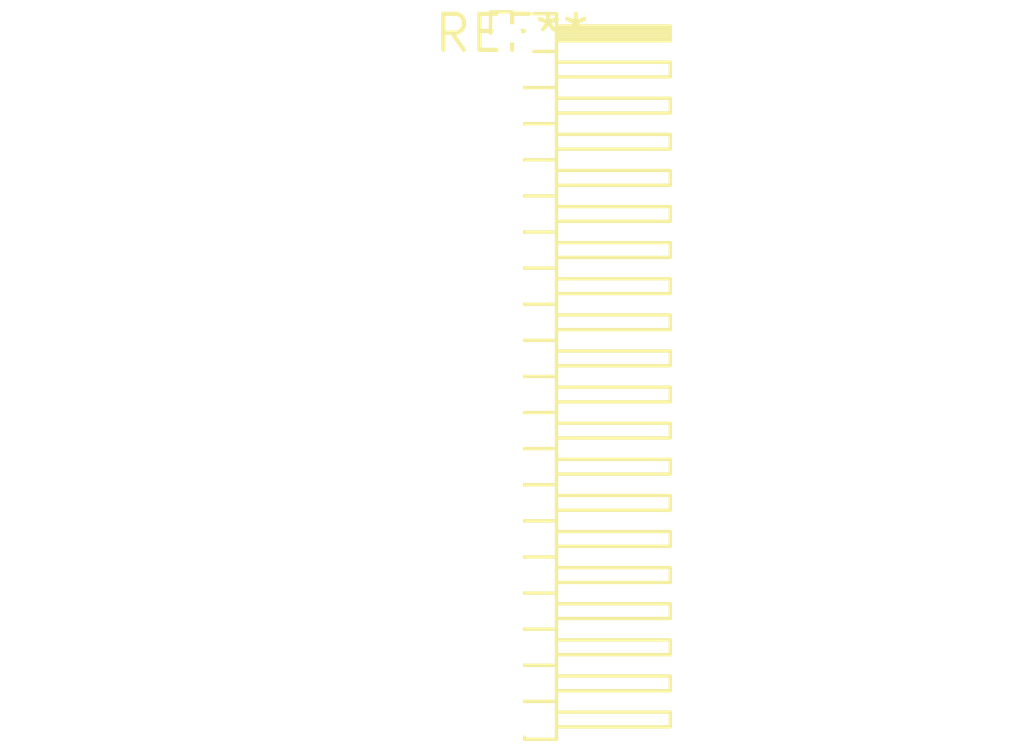
<source format=kicad_pcb>
(kicad_pcb (version 20240108) (generator pcbnew)
  (layers (0 "F.Cu" signal) (31 "B.Cu" signal) (34 "B.Paste" user) (35 "F.Paste" user) (36 "B.SilkS" user "B.Silkscreen") (37 "F.SilkS" user "F.Silkscreen") (38 "B.Mask" user) (39 "F.Mask" user) (44 "Edge.Cuts" user))
  (net 0 "")
  (footprint "PinHeader_1x20_P1.27mm_Horizontal" (layer "F.Cu") (at 0 0)
    (property "Reference" "REF**")
    (property "Value" "PinHeader_1x20_P1.27mm_Horizontal")
    (fp_line (start -0.76 -0.76) (end 0 -0.76) (layer "F.SilkS") (stroke (width 0.12)))
    (fp_line (start -0.76 0) (end -0.76 -0.76) (layer "F.SilkS") (stroke (width 0.12)))
    (fp_line (start 0.44 1.889677) (end 0.44 1.920323) (layer "F.SilkS") (stroke (width 0.12)))
    (fp_line (start 0.44 1.905) (end 1.56 1.905) (layer "F.SilkS") (stroke (width 0.12)))
    (fp_line (start 0.44 3.159677) (end 0.44 3.190323) (layer "F.SilkS") (stroke (width 0.12)))
    (fp_line (start 0.44 3.175) (end 1.56 3.175) (layer "F.SilkS") (stroke (width 0.12)))
    (fp_line (start 0.44 4.429677) (end 0.44 4.460323) (layer "F.SilkS") (stroke (width 0.12)))
    (fp_line (start 0.44 4.445) (end 1.56 4.445) (layer "F.SilkS") (stroke (width 0.12)))
    (fp_line (start 0.44 5.699677) (end 0.44 5.730323) (layer "F.SilkS") (stroke (width 0.12)))
    (fp_line (start 0.44 5.715) (end 1.56 5.715) (layer "F.SilkS") (stroke (width 0.12)))
    (fp_line (start 0.44 6.969677) (end 0.44 7.000323) (layer "F.SilkS") (stroke (width 0.12)))
    (fp_line (start 0.44 6.985) (end 1.56 6.985) (layer "F.SilkS") (stroke (width 0.12)))
    (fp_line (start 0.44 8.239677) (end 0.44 8.270323) (layer "F.SilkS") (stroke (width 0.12)))
    (fp_line (start 0.44 8.255) (end 1.56 8.255) (layer "F.SilkS") (stroke (width 0.12)))
    (fp_line (start 0.44 9.509677) (end 0.44 9.540323) (layer "F.SilkS") (stroke (width 0.12)))
    (fp_line (start 0.44 9.525) (end 1.56 9.525) (layer "F.SilkS") (stroke (width 0.12)))
    (fp_line (start 0.44 10.779677) (end 0.44 10.810323) (layer "F.SilkS") (stroke (width 0.12)))
    (fp_line (start 0.44 10.795) (end 1.56 10.795) (layer "F.SilkS") (stroke (width 0.12)))
    (fp_line (start 0.44 12.049677) (end 0.44 12.080323) (layer "F.SilkS") (stroke (width 0.12)))
    (fp_line (start 0.44 12.065) (end 1.56 12.065) (layer "F.SilkS") (stroke (width 0.12)))
    (fp_line (start 0.44 13.319677) (end 0.44 13.350323) (layer "F.SilkS") (stroke (width 0.12)))
    (fp_line (start 0.44 13.335) (end 1.56 13.335) (layer "F.SilkS") (stroke (width 0.12)))
    (fp_line (start 0.44 14.589677) (end 0.44 14.620323) (layer "F.SilkS") (stroke (width 0.12)))
    (fp_line (start 0.44 14.605) (end 1.56 14.605) (layer "F.SilkS") (stroke (width 0.12)))
    (fp_line (start 0.44 15.859677) (end 0.44 15.890323) (layer "F.SilkS") (stroke (width 0.12)))
    (fp_line (start 0.44 15.875) (end 1.56 15.875) (layer "F.SilkS") (stroke (width 0.12)))
    (fp_line (start 0.44 17.129677) (end 0.44 17.160323) (layer "F.SilkS") (stroke (width 0.12)))
    (fp_line (start 0.44 17.145) (end 1.56 17.145) (layer "F.SilkS") (stroke (width 0.12)))
    (fp_line (start 0.44 18.399677) (end 0.44 18.430323) (layer "F.SilkS") (stroke (width 0.12)))
    (fp_line (start 0.44 18.415) (end 1.56 18.415) (layer "F.SilkS") (stroke (width 0.12)))
    (fp_line (start 0.44 19.669677) (end 0.44 19.700323) (layer "F.SilkS") (stroke (width 0.12)))
    (fp_line (start 0.44 19.685) (end 1.56 19.685) (layer "F.SilkS") (stroke (width 0.12)))
    (fp_line (start 0.44 20.939677) (end 0.44 20.970323) (layer "F.SilkS") (stroke (width 0.12)))
    (fp_line (start 0.44 20.955) (end 1.56 20.955) (layer "F.SilkS") (stroke (width 0.12)))
    (fp_line (start 0.44 22.209677) (end 0.44 22.240323) (layer "F.SilkS") (stroke (width 0.12)))
    (fp_line (start 0.44 22.225) (end 1.56 22.225) (layer "F.SilkS") (stroke (width 0.12)))
    (fp_line (start 0.44 23.479677) (end 0.44 23.510323) (layer "F.SilkS") (stroke (width 0.12)))
    (fp_line (start 0.44 23.495) (end 1.56 23.495) (layer "F.SilkS") (stroke (width 0.12)))
    (fp_line (start 0.44 24.825) (end 0.44 24.749677) (layer "F.SilkS") (stroke (width 0.12)))
    (fp_line (start 0.76 -0.695) (end 1.56 -0.695) (layer "F.SilkS") (stroke (width 0.12)))
    (fp_line (start 0.76 0.635) (end 1.56 0.635) (layer "F.SilkS") (stroke (width 0.12)))
    (fp_line (start 1.56 -0.695) (end 1.56 24.825) (layer "F.SilkS") (stroke (width 0.12)))
    (fp_line (start 1.56 -0.26) (end 5.56 -0.26) (layer "F.SilkS") (stroke (width 0.12)))
    (fp_line (start 1.56 -0.2) (end 5.56 -0.2) (layer "F.SilkS") (stroke (width 0.12)))
    (fp_line (start 1.56 -0.08) (end 5.56 -0.08) (layer "F.SilkS") (stroke (width 0.12)))
    (fp_line (start 1.56 0.04) (end 5.56 0.04) (layer "F.SilkS") (stroke (width 0.12)))
    (fp_line (start 1.56 0.16) (end 5.56 0.16) (layer "F.SilkS") (stroke (width 0.12)))
    (fp_line (start 1.56 1.01) (end 5.56 1.01) (layer "F.SilkS") (stroke (width 0.12)))
    (fp_line (start 1.56 2.28) (end 5.56 2.28) (layer "F.SilkS") (stroke (width 0.12)))
    (fp_line (start 1.56 3.55) (end 5.56 3.55) (layer "F.SilkS") (stroke (width 0.12)))
    (fp_line (start 1.56 4.82) (end 5.56 4.82) (layer "F.SilkS") (stroke (width 0.12)))
    (fp_line (start 1.56 6.09) (end 5.56 6.09) (layer "F.SilkS") (stroke (width 0.12)))
    (fp_line (start 1.56 7.36) (end 5.56 7.36) (layer "F.SilkS") (stroke (width 0.12)))
    (fp_line (start 1.56 8.63) (end 5.56 8.63) (layer "F.SilkS") (stroke (width 0.12)))
    (fp_line (start 1.56 9.9) (end 5.56 9.9) (layer "F.SilkS") (stroke (width 0.12)))
    (fp_line (start 1.56 11.17) (end 5.56 11.17) (layer "F.SilkS") (stroke (width 0.12)))
    (fp_line (start 1.56 12.44) (end 5.56 12.44) (layer "F.SilkS") (stroke (width 0.12)))
    (fp_line (start 1.56 13.71) (end 5.56 13.71) (layer "F.SilkS") (stroke (width 0.12)))
    (fp_line (start 1.56 14.98) (end 5.56 14.98) (layer "F.SilkS") (stroke (width 0.12)))
    (fp_line (start 1.56 16.25) (end 5.56 16.25) (layer "F.SilkS") (stroke (width 0.12)))
    (fp_line (start 1.56 17.52) (end 5.56 17.52) (layer "F.SilkS") (stroke (width 0.12)))
    (fp_line (start 1.56 18.79) (end 5.56 18.79) (layer "F.SilkS") (stroke (width 0.12)))
    (fp_line (start 1.56 20.06) (end 5.56 20.06) (layer "F.SilkS") (stroke (width 0.12)))
    (fp_line (start 1.56 21.33) (end 5.56 21.33) (layer "F.SilkS") (stroke (width 0.12)))
    (fp_line (start 1.56 22.6) (end 5.56 22.6) (layer "F.SilkS") (stroke (width 0.12)))
    (fp_line (start 1.56 23.87) (end 5.56 23.87) (layer "F.SilkS") (stroke (width 0.12)))
    (fp_line (start 1.56 24.825) (end 0.44 24.825) (layer "F.SilkS") (stroke (width 0.12)))
    (fp_line (start 5.56 -0.26) (end 5.56 0.26) (layer "F.SilkS") (stroke (width 0.12)))
    (fp_line (start 5.56 0.26) (end 1.56 0.26) (layer "F.SilkS") (stroke (width 0.12)))
    (fp_line (start 5.56 1.01) (end 5.56 1.53) (layer "F.SilkS") (stroke (width 0.12)))
    (fp_line (start 5.56 1.53) (end 1.56 1.53) (layer "F.SilkS") (stroke (width 0.12)))
    (fp_line (start 5.56 2.28) (end 5.56 2.8) (layer "F.SilkS") (stroke (width 0.12)))
    (fp_line (start 5.56 2.8) (end 1.56 2.8) (layer "F.SilkS") (stroke (width 0.12)))
    (fp_line (start 5.56 3.55) (end 5.56 4.07) (layer "F.SilkS") (stroke (width 0.12)))
    (fp_line (start 5.56 4.07) (end 1.56 4.07) (layer "F.SilkS") (stroke (width 0.12)))
    (fp_line (start 5.56 4.82) (end 5.56 5.34) (layer "F.SilkS") (stroke (width 0.12)))
    (fp_line (start 5.56 5.34) (end 1.56 5.34) (layer "F.SilkS") (stroke (width 0.12)))
    (fp_line (start 5.56 6.09) (end 5.56 6.61) (layer "F.SilkS") (stroke (width 0.12)))
    (fp_line (start 5.56 6.61) (end 1.56 6.61) (layer "F.SilkS") (stroke (width 0.12)))
    (fp_line (start 5.56 7.36) (end 5.56 7.88) (layer "F.SilkS") (stroke (width 0.12)))
    (fp_line (start 5.56 7.88) (end 1.56 7.88) (layer "F.SilkS") (stroke (width 0.12)))
    (fp_line (start 5.56 8.63) (end 5.56 9.15) (layer "F.SilkS") (stroke (width 0.12)))
    (fp_line (start 5.56 9.15) (end 1.56 9.15) (layer "F.SilkS") (stroke (width 0.12)))
    (fp_line (start 5.56 9.9) (end 5.56 10.42) (layer "F.SilkS") (stroke (width 0.12)))
    (fp_line (start 5.56 10.42) (end 1.56 10.42) (layer "F.SilkS") (stroke (width 0.12)))
    (fp_line (start 5.56 11.17) (end 5.56 11.69) (layer "F.SilkS") (stroke (width 0.12)))
    (fp_line (start 5.56 11.69) (end 1.56 11.69) (layer "F.SilkS") (stroke (width 0.12)))
    (fp_line (start 5.56 12.44) (end 5.56 12.96) (layer "F.SilkS") (stroke (width 0.12)))
    (fp_line (start 5.56 12.96) (end 1.56 12.96) (layer "F.SilkS") (stroke (width 0.12)))
    (fp_line (start 5.56 13.71) (end 5.56 14.23) (layer "F.SilkS") (stroke (width 0.12)))
    (fp_line (start 5.56 14.23) (end 1.56 14.23) (layer "F.SilkS") (stroke (width 0.12)))
    (fp_line (start 5.56 14.98) (end 5.56 15.5) (layer "F.SilkS") (stroke (width 0.12)))
    (fp_line (start 5.56 15.5) (end 1.56 15.5) (layer "F.SilkS") (stroke (width 0.12)))
    (fp_line (start 5.56 16.25) (end 5.56 16.77) (layer "F.SilkS") (stroke (width 0.12)))
    (fp_line (start 5.56 16.77) (end 1.56 16.77) (layer "F.SilkS") (stroke (width 0.12)))
    (fp_line (start 5.56 17.52) (end 5.56 18.04) (layer "F.SilkS") (stroke (width 0.12)))
    (fp_line (start 5.56 18.04) (end 1.56 18.04) (layer "F.SilkS") (stroke (width 0.12)))
    (fp_line (start 5.56 18.79) (end 5.56 19.31) (layer "F.SilkS") (stroke (width 0.12)))
    (fp_line (start 5.56 19.31) (end 1.56 19.31) (layer "F.SilkS") (stroke (width 0.12)))
    (fp_line (start 5.56 20.06) (end 5.56 20.58) (layer "F.SilkS") (stroke (width 0.12)))
    (fp_line (start 5.56 20.58) (end 1.56 20.58) (layer "F.SilkS") (stroke (width 0.12)))
    (fp_line (start 5.56 21.33) (end 5.56 21.85) (layer "F.SilkS") (stroke (width 0.12)))
    (fp_line (start 5.56 21.85) (end 1.56 21.85) (layer "F.SilkS") (stroke (width 0.12)))
    (fp_line (start 5.56 22.6) (end 5.56 23.12) (layer "F.SilkS") (stroke (width 0.12)))
    (fp_line (start 5.56 23.12) (end 1.56 23.12) (layer "F.SilkS") (stroke (width 0.12)))
    (fp_line (start 5.56 23.87) (end 5.56 24.39) (layer "F.SilkS") (stroke (width 0.12)))
    (fp_line (start 5.56 24.39) (end 1.56 24.39) (layer "F.SilkS") (stroke (width 0.12)))
    (pad "1" thru_hole rect (at 0 0) (size 1 1) (drill 0.65) (layers *.Cu *.Mask) (remove_unused_layers))
    (pad "2" thru_hole oval (at 0 1.27) (size 1 1) (drill 0.65) (layers *.Cu *.Mask) (remove_unused_layers))
    (pad "3" thru_hole oval (at 0 2.54) (size 1 1) (drill 0.65) (layers *.Cu *.Mask) (remove_unused_layers))
    (pad "4" thru_hole oval (at 0 3.81) (size 1 1) (drill 0.65) (layers *.Cu *.Mask) (remove_unused_layers))
    (pad "5" thru_hole oval (at 0 5.08) (size 1 1) (drill 0.65) (layers *.Cu *.Mask) (remove_unused_layers))
    (pad "6" thru_hole oval (at 0 6.35) (size 1 1) (drill 0.65) (layers *.Cu *.Mask) (remove_unused_layers))
    (pad "7" thru_hole oval (at 0 7.62) (size 1 1) (drill 0.65) (layers *.Cu *.Mask) (remove_unused_layers))
    (pad "8" thru_hole oval (at 0 8.89) (size 1 1) (drill 0.65) (layers *.Cu *.Mask) (remove_unused_layers))
    (pad "9" thru_hole oval (at 0 10.16) (size 1 1) (drill 0.65) (layers *.Cu *.Mask) (remove_unused_layers))
    (pad "10" thru_hole oval (at 0 11.43) (size 1 1) (drill 0.65) (layers *.Cu *.Mask) (remove_unused_layers))
    (pad "11" thru_hole oval (at 0 12.7) (size 1 1) (drill 0.65) (layers *.Cu *.Mask) (remove_unused_layers))
    (pad "12" thru_hole oval (at 0 13.97) (size 1 1) (drill 0.65) (layers *.Cu *.Mask) (remove_unused_layers))
    (pad "13" thru_hole oval (at 0 15.24) (size 1 1) (drill 0.65) (layers *.Cu *.Mask) (remove_unused_layers))
    (pad "14" thru_hole oval (at 0 16.51) (size 1 1) (drill 0.65) (layers *.Cu *.Mask) (remove_unused_layers))
    (pad "15" thru_hole oval (at 0 17.78) (size 1 1) (drill 0.65) (layers *.Cu *.Mask) (remove_unused_layers))
    (pad "16" thru_hole oval (at 0 19.05) (size 1 1) (drill 0.65) (layers *.Cu *.Mask) (remove_unused_layers))
    (pad "17" thru_hole oval (at 0 20.32) (size 1 1) (drill 0.65) (layers *.Cu *.Mask) (remove_unused_layers))
    (pad "18" thru_hole oval (at 0 21.59) (size 1 1) (drill 0.65) (layers *.Cu *.Mask) (remove_unused_layers))
    (pad "19" thru_hole oval (at 0 22.86) (size 1 1) (drill 0.65) (layers *.Cu *.Mask) (remove_unused_layers))
    (pad "20" thru_hole oval (at 0 24.13) (size 1 1) (drill 0.65) (layers *.Cu *.Mask) (remove_unused_layers))
  )
)
</source>
